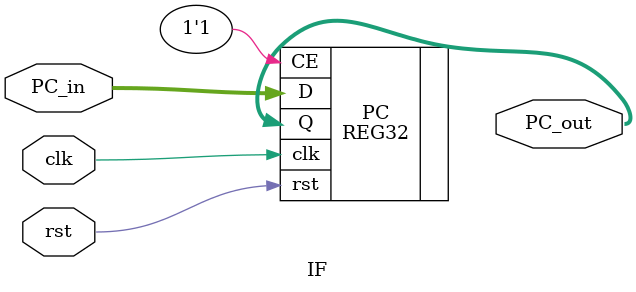
<source format=v>
`timescale 1ns / 1ps


module IF (
    input clk,
    input rst,
    input [31:0] PC_in,
    output [31:0] PC_out
);

    REG32 PC (
        .clk(clk),
        .rst(rst),
        .CE(1'b1),
        .D(PC_in),
        .Q(PC_out)
    );

endmodule

</source>
